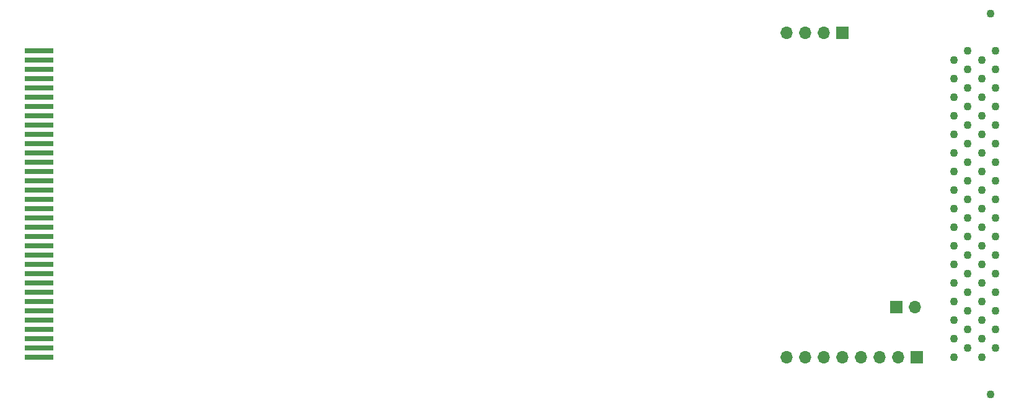
<source format=gbr>
%TF.GenerationSoftware,KiCad,Pcbnew,(5.1.10)-1*%
%TF.CreationDate,2021-12-05T17:06:37+00:00*%
%TF.ProjectId,devboard,64657662-6f61-4726-942e-6b696361645f,rev?*%
%TF.SameCoordinates,Original*%
%TF.FileFunction,Soldermask,Bot*%
%TF.FilePolarity,Negative*%
%FSLAX46Y46*%
G04 Gerber Fmt 4.6, Leading zero omitted, Abs format (unit mm)*
G04 Created by KiCad (PCBNEW (5.1.10)-1) date 2021-12-05 17:06:37*
%MOMM*%
%LPD*%
G01*
G04 APERTURE LIST*
%ADD10C,1.100000*%
%ADD11O,1.700000X1.700000*%
%ADD12R,1.700000X1.700000*%
%ADD13R,4.000000X0.800000*%
G04 APERTURE END LIST*
D10*
%TO.C,J2*%
X209231000Y-109347000D03*
X209231000Y-57277000D03*
X209931000Y-62357000D03*
X208026000Y-63627000D03*
X209931000Y-64897000D03*
X208026000Y-66167000D03*
X209931000Y-67437000D03*
X208026000Y-68707000D03*
X209931000Y-69977000D03*
X208026000Y-71247000D03*
X209931000Y-72517000D03*
X208026000Y-73787000D03*
X209931000Y-75057000D03*
X208026000Y-76327000D03*
X209931000Y-77597000D03*
X208026000Y-78867000D03*
X209931000Y-80137000D03*
X208026000Y-81407000D03*
X209931000Y-82677000D03*
X208026000Y-83947000D03*
X209931000Y-85217000D03*
X208026000Y-86487000D03*
X209931000Y-87757000D03*
X208026000Y-89027000D03*
X209931000Y-90297000D03*
X208026000Y-91567000D03*
X209931000Y-92837000D03*
X208026000Y-94107000D03*
X209931000Y-95377000D03*
X208026000Y-96647000D03*
X209931000Y-97917000D03*
X208026000Y-99187000D03*
X209931000Y-100457000D03*
X208026000Y-101727000D03*
X209931000Y-102997000D03*
X208026000Y-104267000D03*
X206122000Y-62357000D03*
X204216000Y-63627000D03*
X206122000Y-64897000D03*
X204216000Y-66167000D03*
X206122000Y-67437000D03*
X204216000Y-68707000D03*
X206122000Y-69977000D03*
X204216000Y-71247000D03*
X206122000Y-72517000D03*
X204216000Y-73787000D03*
X206122000Y-75057000D03*
X204216000Y-76327000D03*
X206122000Y-77597000D03*
X204216000Y-78867000D03*
X206122000Y-80137000D03*
X204216000Y-81407000D03*
X206122000Y-82677000D03*
X204216000Y-83947000D03*
X206122000Y-85217000D03*
X204216000Y-86487000D03*
X206122000Y-87757000D03*
X204216000Y-89027000D03*
X206122000Y-90297000D03*
X204216000Y-91567000D03*
X206122000Y-92837000D03*
X204216000Y-94107000D03*
X206122000Y-95377000D03*
X204216000Y-96647000D03*
X206122000Y-97917000D03*
X204216000Y-99187000D03*
X206122000Y-100457000D03*
X204216000Y-101727000D03*
X206122000Y-102997000D03*
X204216000Y-104267000D03*
%TD*%
D11*
%TO.C,J7*%
X181356000Y-59944000D03*
X183896000Y-59944000D03*
X186436000Y-59944000D03*
D12*
X188976000Y-59944000D03*
%TD*%
D11*
%TO.C,J6*%
X198882000Y-97409000D03*
D12*
X196342000Y-97409000D03*
%TD*%
D11*
%TO.C,J3*%
X181356000Y-104267000D03*
X183896000Y-104267000D03*
X186436000Y-104267000D03*
X188976000Y-104267000D03*
X191516000Y-104267000D03*
X194056000Y-104267000D03*
X196596000Y-104267000D03*
D12*
X199136000Y-104267000D03*
%TD*%
D13*
%TO.C,J1*%
X79280000Y-104262000D03*
X79280000Y-102992000D03*
X79280000Y-101722000D03*
X79280000Y-100452000D03*
X79280000Y-99182000D03*
X79280000Y-97912000D03*
X79280000Y-96642000D03*
X79280000Y-95372000D03*
X79280000Y-94102000D03*
X79280000Y-92832000D03*
X79280000Y-91562000D03*
X79280000Y-90292000D03*
X79280000Y-89022000D03*
X79280000Y-87752000D03*
X79280000Y-86482000D03*
X79280000Y-85212000D03*
X79280000Y-83942000D03*
X79280000Y-82672000D03*
X79280000Y-81402000D03*
X79280000Y-80132000D03*
X79280000Y-78862000D03*
X79280000Y-77592000D03*
X79280000Y-76322000D03*
X79280000Y-75052000D03*
X79280000Y-73782000D03*
X79280000Y-72512000D03*
X79280000Y-71242000D03*
X79280000Y-69972000D03*
X79280000Y-68702000D03*
X79280000Y-67432000D03*
X79280000Y-66162000D03*
X79280000Y-64892000D03*
X79280000Y-63622000D03*
X79280000Y-62352000D03*
%TD*%
M02*

</source>
